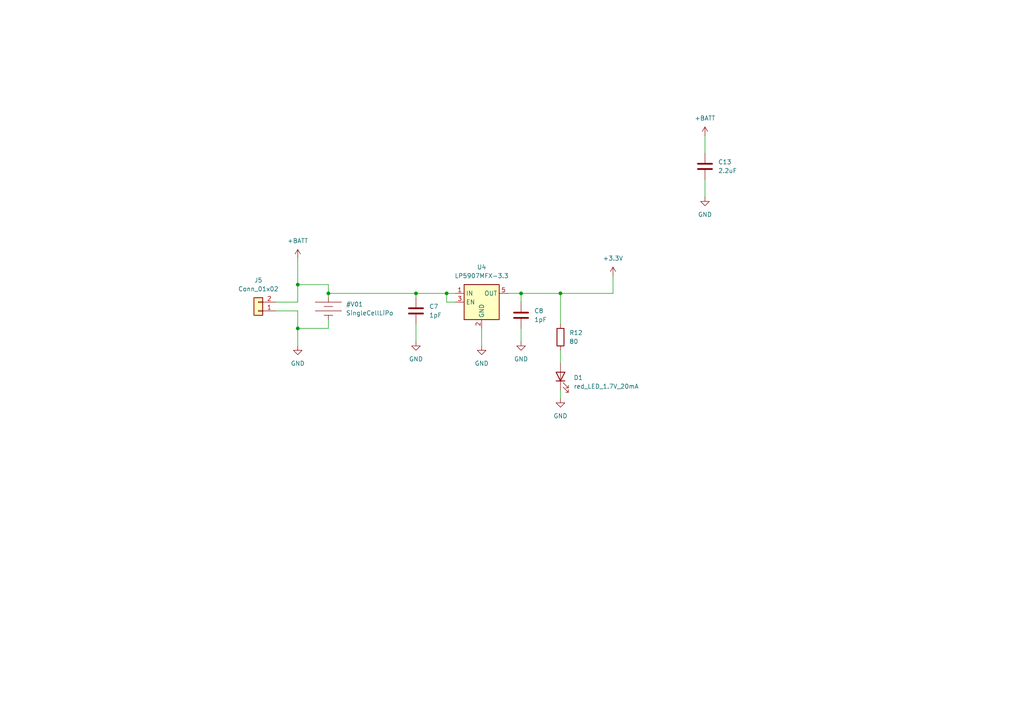
<source format=kicad_sch>
(kicad_sch (version 20230121) (generator eeschema)
  (paper "A4")
  (lib_symbols
    (symbol "Connector_Generic:Conn_01x02" (pin_names (offset 1.016) hide)
      (property "Reference" "J" (at 0 2.54 0))
      (property "Value" "Conn_01x02" (at 0 -5.08 0))
      (symbol "Conn_01x02_1_1"
        (rectangle (start -1.27 -2.413) (end 0 -2.667) (stroke (width 0.1524)))
        (rectangle (start -1.27 0.127) (end 0 -0.127) (stroke (width 0.1524)))
        (rectangle (start -1.27 1.27) (end 1.27 -3.81) (stroke (width 0.254)) (fill (type background)))
        (pin passive line (at -5.08 0 0) (length 3.81) (name "Pin_1") (number "1"))
        (pin passive line (at -5.08 -2.54 0) (length 3.81) (name "Pin_2") (number "2"))
      )
    )
    (symbol "Device:C" (pin_numbers hide) (pin_names (offset 0.254))
      (property "Reference" "C" (at 0.635 2.54 0))
      (property "Value" "C" (at 0.635 -2.54 0))
      (symbol "C_0_1"
        (polyline (pts (xy -2.032 -0.762) (xy 2.032 -0.762)) (stroke (width 0.508)))
        (polyline (pts (xy -2.032 0.762) (xy 2.032 0.762)) (stroke (width 0.508)))
      )
      (symbol "C_1_1"
        (pin passive line (at 0 3.81 270) (length 2.794) (name "~") (number "1"))
        (pin passive line (at 0 -3.81 90) (length 2.794) (name "~") (number "2"))
      )
    )
    (symbol "Device:LED" (pin_numbers hide) (pin_names (offset 1.016) hide)
      (property "Reference" "D" (at 0 2.54 0))
      (property "Value" "LED" (at 0 -2.54 0))
      (symbol "LED_0_1"
        (polyline (pts (xy -1.27 -1.27) (xy -1.27 1.27)) (stroke (width 0.254)))
        (polyline (pts (xy -1.27 0) (xy 1.27 0)))
        (polyline (pts (xy 1.27 -1.27) (xy 1.27 1.27) (xy -1.27 0) (xy 1.27 -1.27)) (stroke (width 0.254)))
        (polyline (pts (xy -3.048 -0.762) (xy -4.572 -2.286) (xy -3.81 -2.286) (xy -4.572 -2.286) (xy -4.572 -1.524)))
        (polyline (pts (xy -1.778 -0.762) (xy -3.302 -2.286) (xy -2.54 -2.286) (xy -3.302 -2.286) (xy -3.302 -1.524)))
      )
      (symbol "LED_1_1"
        (pin passive line (at -3.81 0 0) (length 2.54) (name "K") (number "1"))
        (pin passive line (at 3.81 0 180) (length 2.54) (name "A") (number "2"))
      )
    )
    (symbol "Device:R" (pin_numbers hide) (pin_names (offset 0))
      (property "Reference" "R" (at 2.032 0 90))
      (property "Value" "R" (at 0 0 90))
      (symbol "R_0_1"
        (rectangle (start -1.016 -2.54) (end 1.016 2.54) (stroke (width 0.254)))
      )
      (symbol "R_1_1"
        (pin passive line (at 0 3.81 270) (length 1.27) (name "~") (number "1"))
        (pin passive line (at 0 -3.81 90) (length 1.27) (name "~") (number "2"))
      )
    )
    (symbol "Regulator_Linear:LP5907MFX-3.3"
      (property "Reference" "U" (at -3.81 6.35 0))
      (property "Value" "LP5907MFX-3.3" (at 6.35 6.35 0))
      (symbol "LP5907MFX-3.3_0_1"
        (rectangle (start -5.08 -5.08) (end 5.08 5.08) (stroke (width 0.254)) (fill (type background)))
        (pin power_in line (at -7.62 2.54 0) (length 2.54) (name "IN") (number "1"))
        (pin power_in line (at 0 -7.62 90) (length 2.54) (name "GND") (number "2"))
        (pin input line (at -7.62 0 0) (length 2.54) (name "EN") (number "3"))
        (pin no_connect line (at 5.08 0 180) (length 2.54) hide (name "NC") (number "4"))
        (pin power_out line (at 7.62 2.54 180) (length 2.54) (name "OUT") (number "5"))
      )
    )
    (symbol "minimouse:SingleCellLiPo" (power) (pin_numbers hide) (pin_names hide) (in_bom no) (on_board no)
      (property "Reference" "V" (at 1.8796 0.3048 0))
      (property "Value" "SingleCellLiPo" (at -11.43 1.27 0))
      (symbol "SingleCellLiPo_0_1"
        (polyline (pts (xy -3.81 0) (xy 3.81 0)))
        (polyline (pts (xy -3.81 2.54) (xy 3.81 2.54)))
        (polyline (pts (xy -1.27 -1.27) (xy 1.27 -1.27)))
        (polyline (pts (xy -1.27 1.27) (xy 1.27 1.27)))
      )
      (symbol "SingleCellLiPo_1_1"
        (pin power_out line (at 0 -2.54 90) (length 1.27) (name "+") (number ""))
        (pin power_out line (at 0 3.81 270) (length 1.27) (name "+") (number ""))
      )
    )
    (symbol "power:+3.3V" (power) (pin_names (offset 0))
      (property "Value" "+3.3V" (at 0 3.556 0))
      (symbol "+3.3V_0_1"
        (polyline (pts (xy -0.762 1.27) (xy 0 2.54)))
        (polyline (pts (xy 0 0) (xy 0 2.54)))
        (polyline (pts (xy 0 2.54) (xy 0.762 1.27)))
      )
      (symbol "+3.3V_1_1"
        (pin power_in line (at 0 0 90) (length 0) hide (name "+3.3V") (number "1"))
      )
    )
    (symbol "power:+BATT" (power) (pin_names (offset 0))
      (property "Value" "+BATT" (at 0 3.556 0))
      (symbol "+BATT_0_1"
        (polyline (pts (xy -0.762 1.27) (xy 0 2.54)))
        (polyline (pts (xy 0 0) (xy 0 2.54)))
        (polyline (pts (xy 0 2.54) (xy 0.762 1.27)))
      )
      (symbol "+BATT_1_1"
        (pin power_in line (at 0 0 90) (length 0) hide (name "+BATT") (number "1"))
      )
    )
    (symbol "power:GND" (power) (pin_names (offset 0))
      (property "Value" "GND" (at 0 -3.81 0))
      (symbol "GND_0_1"
        (polyline (pts (xy 0 0) (xy 0 -1.27) (xy 1.27 -1.27) (xy 0 -2.54) (xy -1.27 -1.27) (xy 0 -1.27)))
      )
      (symbol "GND_1_1"
        (pin power_in line (at 0 0 270) (length 0) hide (name "GND") (number "1"))
      )
    )
  )
  (junction (at 86.36 82.55))
  (junction (at 95.25 85.09))
  (junction (at 86.36 95.25))
  (junction (at 162.56 85.09))
  (junction (at 120.65 85.09))
  (junction (at 129.54 85.09))
  (junction (at 151.13 85.09))
  (wire (pts (xy 162.56 113.03) (xy 162.56 115.57)))
  (wire (pts (xy 120.65 85.09) (xy 129.54 85.09)))
  (wire (pts (xy 86.36 90.17) (xy 86.36 95.25)))
  (wire (pts (xy 147.32 85.09) (xy 151.13 85.09)))
  (wire (pts (xy 162.56 101.6) (xy 162.56 105.41)))
  (wire (pts (xy 95.25 82.55) (xy 86.36 82.55)))
  (wire (pts (xy 120.65 93.98) (xy 120.65 99.06)))
  (wire (pts (xy 86.36 74.93) (xy 86.36 82.55)))
  (wire (pts (xy 95.25 86.36) (xy 95.25 85.09)))
  (wire (pts (xy 151.13 95.25) (xy 151.13 99.06)))
  (wire (pts (xy 95.25 92.71) (xy 95.25 95.25)))
  (wire (pts (xy 95.25 85.09) (xy 120.65 85.09)))
  (wire (pts (xy 80.01 87.63) (xy 86.36 87.63)))
  (wire (pts (xy 204.47 39.37) (xy 204.47 44.45)))
  (wire (pts (xy 129.54 85.09) (xy 129.54 87.63)))
  (wire (pts (xy 162.56 85.09) (xy 177.8 85.09)))
  (wire (pts (xy 162.56 85.09) (xy 162.56 93.98)))
  (wire (pts (xy 86.36 95.25) (xy 86.36 100.33)))
  (wire (pts (xy 95.25 95.25) (xy 86.36 95.25)))
  (wire (pts (xy 151.13 85.09) (xy 151.13 87.63)))
  (wire (pts (xy 95.25 85.09) (xy 95.25 82.55)))
  (wire (pts (xy 86.36 82.55) (xy 86.36 87.63)))
  (wire (pts (xy 151.13 85.09) (xy 162.56 85.09)))
  (wire (pts (xy 177.8 85.09) (xy 177.8 80.01)))
  (wire (pts (xy 129.54 85.09) (xy 132.08 85.09)))
  (wire (pts (xy 139.7 95.25) (xy 139.7 100.33)))
  (wire (pts (xy 132.08 87.63) (xy 129.54 87.63)))
  (wire (pts (xy 120.65 86.36) (xy 120.65 85.09)))
  (wire (pts (xy 80.01 90.17) (xy 86.36 90.17)))
  (wire (pts (xy 204.47 52.07) (xy 204.47 57.15)))
  (symbol (lib_id "power:GND") (at 204.47 57.15 0) (unit 1)
    (property "Reference" "#PWR029" (effects hide))
    (property "Value" "GND" (at 204.47 62.23 0))
  )
  (symbol (lib_id "power:+BATT") (at 86.36 74.93 0) (unit 1)
    (property "Reference" "#PWR036" (effects hide))
    (property "Value" "+BATT" (at 86.36 69.85 0))
  )
  (symbol (lib_id "Device:LED") (at 162.56 109.22 90) (unit 1)
    (property "Reference" "D1" (at 166.37 109.5375 90) (effects (justify right)))
    (property "Value" "red_LED_1.7V_20mA" (at 166.37 112.0775 90) (effects (justify right)))
  )
  (symbol (lib_id "minimouse:SingleCellLiPo") (at 95.25 90.17 0) (unit 1) (in_bom no) (on_board no)
    (property "Reference" "#V01" (at 100.33 88.265 0) (effects (justify left)))
    (property "Value" "SingleCellLiPo" (at 100.33 90.805 0) (effects (justify left)))
  )
  (symbol (lib_id "power:+BATT") (at 204.47 39.37 0) (unit 1)
    (property "Reference" "#PWR030" (effects hide))
    (property "Value" "+BATT" (at 204.47 34.29 0))
  )
  (symbol (lib_id "power:+3.3V") (at 177.8 80.01 0) (unit 1)
    (property "Reference" "#PWR013" (effects hide))
    (property "Value" "+3.3V" (at 177.8 74.93 0))
  )
  (symbol (lib_id "Device:C") (at 151.13 91.44 0) (unit 1)
    (property "Reference" "C8" (at 154.94 90.17 0) (effects (justify left)))
    (property "Value" "1pF" (at 154.94 92.71 0) (effects (justify left)))
    (property "Footprint" "Capacitor_SMD:C_0603_1608Metric" (effects hide))
  )
  (symbol (lib_id "Device:C") (at 204.47 48.26 0) (unit 1)
    (property "Reference" "C13" (at 208.28 46.99 0) (effects (justify left)))
    (property "Value" "2.2uF" (at 208.28 49.53 0) (effects (justify left)))
    (property "Footprint" "Capacitor_SMD:C_0603_1608Metric" (effects hide))
  )
  (symbol (lib_id "Regulator_Linear:LP5907MFX-3.3") (at 139.7 87.63 0) (unit 1)
    (property "Reference" "U4" (at 139.7 77.47 0))
    (property "Value" "LP5907MFX-3.3" (at 139.7 80.01 0))
    (property "Footprint" "Package_TO_SOT_SMD:SOT-23-5" (effects hide))
    (property "Datasheet" "http://www.ti.com/lit/ds/symlink/lp5907.pdf" (effects hide))
  )
  (symbol (lib_id "power:GND") (at 162.56 115.57 0) (unit 1)
    (property "Reference" "#PWR012" (effects hide))
    (property "Value" "GND" (at 162.56 120.65 0))
  )
  (symbol (lib_id "Device:R") (at 162.56 97.79 0) (unit 1)
    (property "Reference" "R12" (at 165.1 96.52 0) (effects (justify left)))
    (property "Value" "80" (at 165.1 99.06 0) (effects (justify left)))
    (property "Footprint" "Resistor_SMD:R_0603_1608Metric" (effects hide))
  )
  (symbol (lib_id "power:GND") (at 139.7 100.33 0) (unit 1)
    (property "Reference" "#PWR08" (effects hide))
    (property "Value" "GND" (at 139.7 105.41 0))
  )
  (symbol (lib_id "power:GND") (at 151.13 99.06 0) (unit 1)
    (property "Reference" "#PWR010" (effects hide))
    (property "Value" "GND" (at 151.13 104.14 0))
  )
  (symbol (lib_id "power:GND") (at 120.65 99.06 0) (unit 1)
    (property "Reference" "#PWR09" (effects hide))
    (property "Value" "GND" (at 120.65 104.14 0))
  )
  (symbol (lib_id "Connector_Generic:Conn_01x02") (at 74.93 90.17 180) (unit 1)
    (property "Reference" "J5" (at 74.93 81.28 0))
    (property "Value" "Conn_01x02" (at 74.93 83.82 0))
    (property "Footprint" "Connector_PinHeader_2.54mm:PinHeader_1x02_P2.54mm_Vertical" (effects hide))
  )
  (symbol (lib_id "Device:C") (at 120.65 90.17 0) (unit 1)
    (property "Reference" "C7" (at 124.46 88.9 0) (effects (justify left)))
    (property "Value" "1pF" (at 124.46 91.44 0) (effects (justify left)))
    (property "Footprint" "Capacitor_SMD:C_0603_1608Metric" (effects hide))
  )
  (symbol (lib_id "power:GND") (at 86.36 100.33 0) (unit 1)
    (property "Reference" "#PWR037" (effects hide))
    (property "Value" "GND" (at 86.36 105.41 0))
  )
)
</source>
